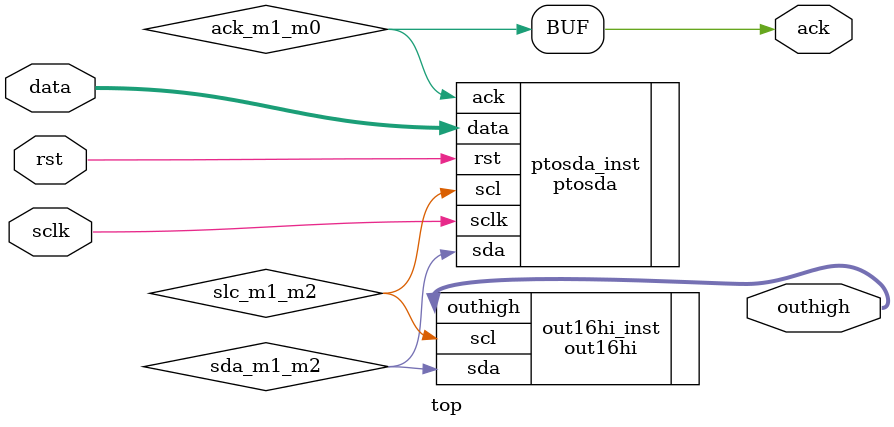
<source format=v>
module top(
  	input rst,
	input sclk,
	input [3:0] data,
	output ack,
	output [15:0] outhigh
	);
	
	wire ack_m1_m0;
	wire slc_m1_m2;
	wire sda_m1_m2;
	
ptosda ptosda_inst(
	.rst(rst),
	.sclk(sclk),
	.ack(ack_m1_m0),
	.scl(slc_m1_m2),
	.sda(sda_m1_m2),
	.data(data)	
	);

   assign ack = ack_m1_m0;
   
out16hi out16hi_inst(
	.scl(slc_m1_m2),
	.sda(sda_m1_m2),
	.outhigh(outhigh)
	);
	
	
endmodule
</source>
